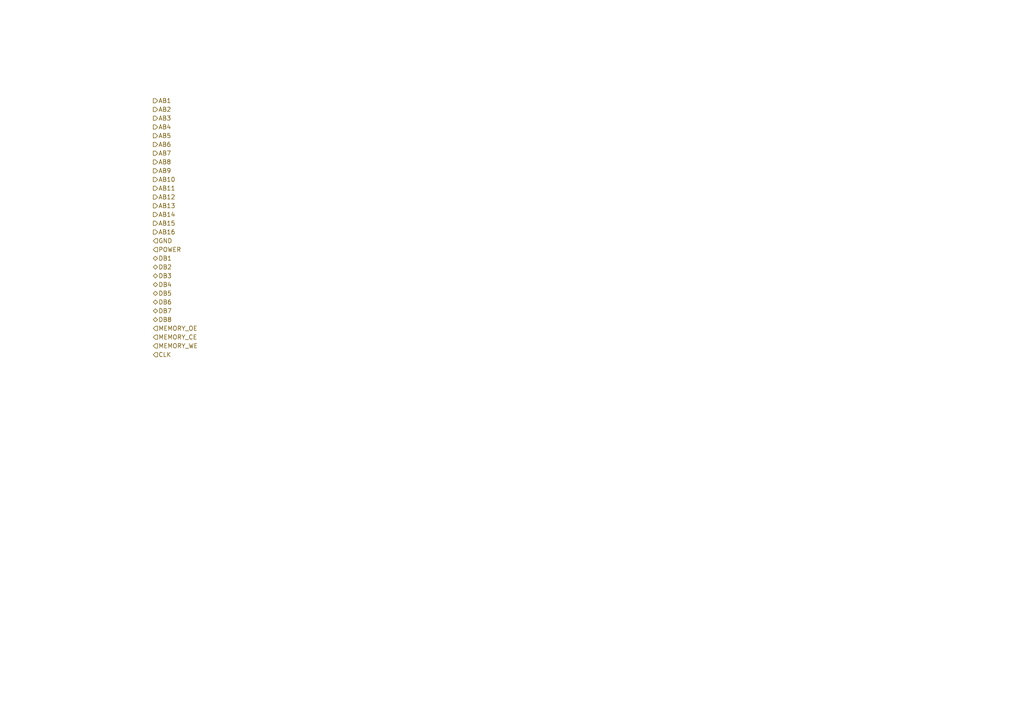
<source format=kicad_sch>
(kicad_sch (version 20230121) (generator eeschema)
  (paper "A4")
  (lib_symbols)
  (hierarchical_label "AB2" (shape output) (at 44.45 31.75 0))
  (hierarchical_label "MEMORY_WE" (shape input) (at 44.45 100.33 0))
  (hierarchical_label "AB13" (shape output) (at 44.45 59.69 0))
  (hierarchical_label "GND" (shape input) (at 44.45 69.85 0))
  (hierarchical_label "DB7" (shape bidirectional) (at 44.45 90.17 0))
  (hierarchical_label "AB3" (shape output) (at 44.45 34.29 0))
  (hierarchical_label "POWER" (shape input) (at 44.45 72.39 0))
  (hierarchical_label "AB14" (shape output) (at 44.45 62.23 0))
  (hierarchical_label "DB1" (shape bidirectional) (at 44.45 74.93 0))
  (hierarchical_label "DB6" (shape bidirectional) (at 44.45 87.63 0))
  (hierarchical_label "AB7" (shape output) (at 44.45 44.45 0))
  (hierarchical_label "AB8" (shape output) (at 44.45 46.99 0))
  (hierarchical_label "AB9" (shape output) (at 44.45 49.53 0))
  (hierarchical_label "CLK" (shape input) (at 44.45 102.87 0))
  (hierarchical_label "DB2" (shape bidirectional) (at 44.45 77.47 0))
  (hierarchical_label "AB1" (shape output) (at 44.45 29.21 0))
  (hierarchical_label "MEMORY_OE" (shape input) (at 44.45 95.25 0))
  (hierarchical_label "AB12" (shape output) (at 44.45 57.15 0))
  (hierarchical_label "AB11" (shape output) (at 44.45 54.61 0))
  (hierarchical_label "AB16" (shape output) (at 44.45 67.31 0))
  (hierarchical_label "AB10" (shape output) (at 44.45 52.07 0))
  (hierarchical_label "DB5" (shape bidirectional) (at 44.45 85.09 0))
  (hierarchical_label "AB5" (shape output) (at 44.45 39.37 0))
  (hierarchical_label "DB4" (shape bidirectional) (at 44.45 82.55 0))
  (hierarchical_label "AB6" (shape output) (at 44.45 41.91 0))
  (hierarchical_label "DB8" (shape bidirectional) (at 44.45 92.71 0))
  (hierarchical_label "AB4" (shape output) (at 44.45 36.83 0))
  (hierarchical_label "DB3" (shape bidirectional) (at 44.45 80.01 0))
  (hierarchical_label "AB15" (shape output) (at 44.45 64.77 0))
  (hierarchical_label "MEMORY_CE" (shape input) (at 44.45 97.79 0))
)
</source>
